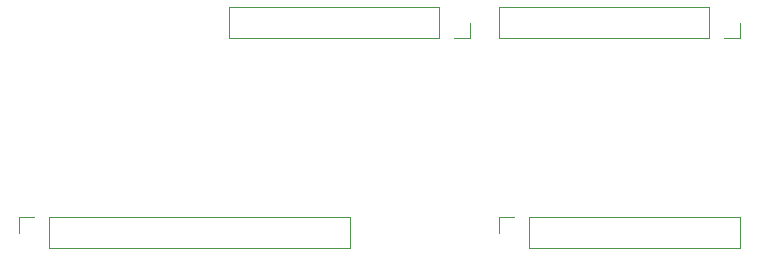
<source format=gbr>
%TF.GenerationSoftware,KiCad,Pcbnew,(5.1.10-1-10_14)*%
%TF.CreationDate,2021-12-11T09:19:18-05:00*%
%TF.ProjectId,control-unit,636f6e74-726f-46c2-9d75-6e69742e6b69,rev?*%
%TF.SameCoordinates,Original*%
%TF.FileFunction,Legend,Bot*%
%TF.FilePolarity,Positive*%
%FSLAX46Y46*%
G04 Gerber Fmt 4.6, Leading zero omitted, Abs format (unit mm)*
G04 Created by KiCad (PCBNEW (5.1.10-1-10_14)) date 2021-12-11 09:19:18*
%MOMM*%
%LPD*%
G01*
G04 APERTURE LIST*
%ADD10C,0.120000*%
G04 APERTURE END LIST*
D10*
%TO.C,J4*%
X167834000Y-81086000D02*
X167834000Y-78426000D01*
X185674000Y-81086000D02*
X167834000Y-81086000D01*
X185674000Y-78426000D02*
X167834000Y-78426000D01*
X185674000Y-81086000D02*
X185674000Y-78426000D01*
X186944000Y-81086000D02*
X188274000Y-81086000D01*
X188274000Y-81086000D02*
X188274000Y-79756000D01*
%TO.C,J3*%
X144974000Y-81086000D02*
X144974000Y-78426000D01*
X162814000Y-81086000D02*
X144974000Y-81086000D01*
X162814000Y-78426000D02*
X144974000Y-78426000D01*
X162814000Y-81086000D02*
X162814000Y-78426000D01*
X164084000Y-81086000D02*
X165414000Y-81086000D01*
X165414000Y-81086000D02*
X165414000Y-79756000D01*
%TO.C,J2*%
X155254000Y-96206000D02*
X155254000Y-98866000D01*
X129794000Y-96206000D02*
X155254000Y-96206000D01*
X129794000Y-98866000D02*
X155254000Y-98866000D01*
X129794000Y-96206000D02*
X129794000Y-98866000D01*
X128524000Y-96206000D02*
X127194000Y-96206000D01*
X127194000Y-96206000D02*
X127194000Y-97536000D01*
%TO.C,J1*%
X188274000Y-96206000D02*
X188274000Y-98866000D01*
X170434000Y-96206000D02*
X188274000Y-96206000D01*
X170434000Y-98866000D02*
X188274000Y-98866000D01*
X170434000Y-96206000D02*
X170434000Y-98866000D01*
X169164000Y-96206000D02*
X167834000Y-96206000D01*
X167834000Y-96206000D02*
X167834000Y-97536000D01*
%TD*%
M02*

</source>
